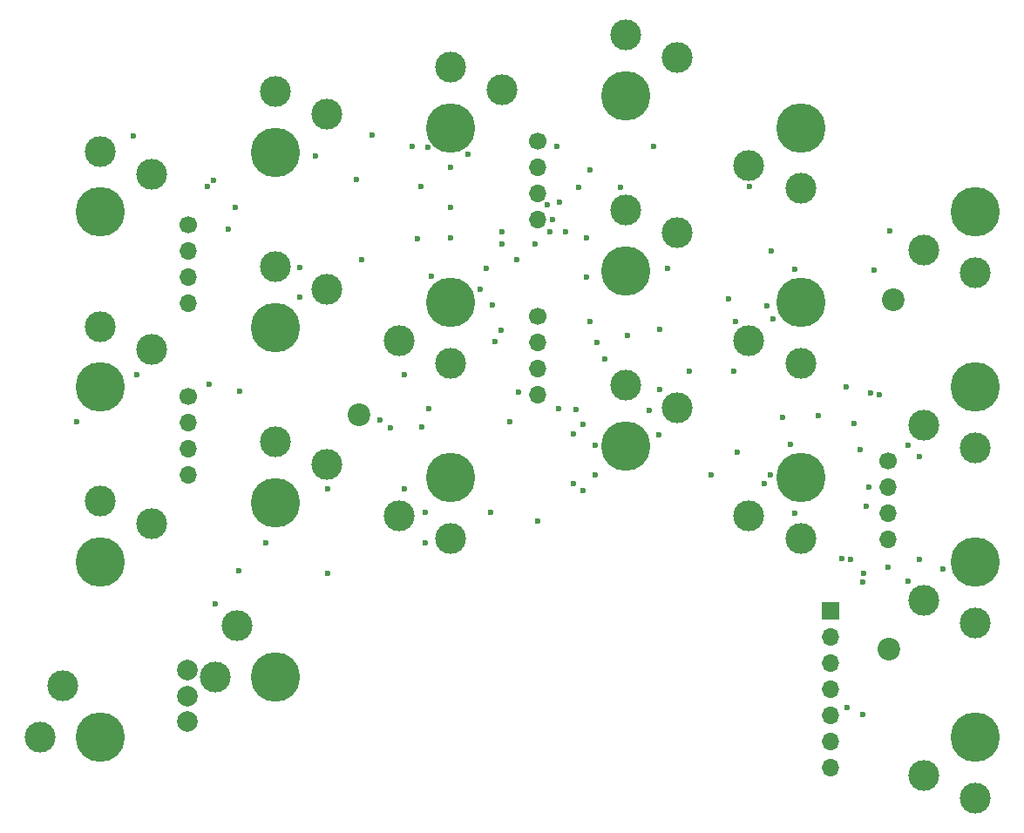
<source format=gbr>
G04 #@! TF.GenerationSoftware,KiCad,Pcbnew,9.0.0*
G04 #@! TF.CreationDate,2025-04-19T15:35:46+09:00*
G04 #@! TF.ProjectId,nofy_V2_R,6e6f6679-5f56-4325-9f52-2e6b69636164,rev?*
G04 #@! TF.SameCoordinates,Original*
G04 #@! TF.FileFunction,Soldermask,Top*
G04 #@! TF.FilePolarity,Negative*
%FSLAX46Y46*%
G04 Gerber Fmt 4.6, Leading zero omitted, Abs format (unit mm)*
G04 Created by KiCad (PCBNEW 9.0.0) date 2025-04-19 15:35:46*
%MOMM*%
%LPD*%
G01*
G04 APERTURE LIST*
%ADD10C,3.000000*%
%ADD11C,4.800000*%
%ADD12C,1.700000*%
%ADD13O,1.700000X1.700000*%
%ADD14C,2.200000*%
%ADD15R,1.700000X1.700000*%
%ADD16C,2.000000*%
%ADD17C,0.600000*%
G04 APERTURE END LIST*
D10*
X50812500Y-63625850D03*
D11*
X45812500Y-67325850D03*
D10*
X45812500Y-61425850D03*
X84812500Y-58125850D03*
D11*
X79812500Y-61825850D03*
D10*
X79812500Y-55925850D03*
X91812500Y-51625850D03*
D11*
X96812500Y-47925850D03*
D10*
X96812500Y-53825850D03*
D12*
X105312500Y-63325850D03*
D13*
X105312500Y-65865850D03*
X105312500Y-68405850D03*
X105312500Y-70945850D03*
D10*
X33812500Y-69425850D03*
D11*
X28812500Y-73125850D03*
D10*
X28812500Y-67225850D03*
D14*
X53912500Y-58825850D03*
D10*
X84812500Y-41125850D03*
D11*
X79812500Y-44825850D03*
D10*
X79812500Y-38925850D03*
X57812500Y-51625850D03*
D11*
X62812500Y-47925850D03*
D10*
X62812500Y-53825850D03*
D12*
X71312500Y-32225850D03*
D13*
X71312500Y-34765850D03*
X71312500Y-37305850D03*
X71312500Y-39845850D03*
D14*
X105412500Y-81625850D03*
D10*
X84812500Y-24125850D03*
D11*
X79812500Y-27825850D03*
D10*
X79812500Y-21925850D03*
D12*
X37312500Y-40330850D03*
D13*
X37312500Y-42870850D03*
X37312500Y-45410850D03*
X37312500Y-47950850D03*
D10*
X33812500Y-52425850D03*
D11*
X28812500Y-56125850D03*
D10*
X28812500Y-50225850D03*
X33812500Y-35425850D03*
D11*
X28812500Y-39125850D03*
D10*
X28812500Y-33225850D03*
X108812500Y-42825850D03*
D11*
X113812500Y-39125850D03*
D10*
X113812500Y-45025850D03*
D12*
X37312500Y-57025850D03*
D13*
X37312500Y-59565850D03*
X37312500Y-62105850D03*
X37312500Y-64645850D03*
D10*
X50812500Y-29600850D03*
D11*
X45812500Y-33300850D03*
D10*
X45812500Y-27400850D03*
X108812500Y-59825850D03*
D11*
X113812500Y-56125850D03*
D10*
X113812500Y-62025850D03*
D15*
X99712500Y-77865850D03*
D13*
X99712500Y-80405850D03*
X99712500Y-82945850D03*
X99712500Y-85485850D03*
X99712500Y-88025850D03*
X99712500Y-90565850D03*
X99712500Y-93105850D03*
D12*
X71312500Y-49285850D03*
D13*
X71312500Y-51825850D03*
X71312500Y-54365850D03*
X71312500Y-56905850D03*
D10*
X42112500Y-79325850D03*
D11*
X45812500Y-84325850D03*
D10*
X39912500Y-84325850D03*
X50812500Y-46625850D03*
D11*
X45812500Y-50325850D03*
D10*
X45812500Y-44425850D03*
X108812500Y-76825850D03*
D11*
X113812500Y-73125850D03*
D10*
X113812500Y-79025850D03*
X91812500Y-34625850D03*
D11*
X96812500Y-30925850D03*
D10*
X96812500Y-36825850D03*
D14*
X105812500Y-47625850D03*
D10*
X91812500Y-68625850D03*
D11*
X96812500Y-64925850D03*
D10*
X96812500Y-70825850D03*
X67812500Y-27225850D03*
D11*
X62812500Y-30925850D03*
D10*
X62812500Y-25025850D03*
X57812500Y-68625850D03*
D11*
X62812500Y-64925850D03*
D10*
X62812500Y-70825850D03*
X108812500Y-93825850D03*
D11*
X113812500Y-90125850D03*
D10*
X113812500Y-96025850D03*
X25112500Y-85125850D03*
D11*
X28812500Y-90125850D03*
D10*
X22912500Y-90125850D03*
D16*
X37212500Y-88625850D03*
X37212500Y-83625850D03*
X37212500Y-86125850D03*
D17*
X100864200Y-72757550D03*
X71312500Y-69114150D03*
X93281100Y-65518950D03*
X74767100Y-60650450D03*
X74767100Y-65518950D03*
X75715100Y-66215450D03*
X60037500Y-60036150D03*
X59580900Y-41750150D03*
X103201300Y-67703050D03*
X75715100Y-59710350D03*
X107253900Y-61755950D03*
X73419200Y-38192850D03*
X101313400Y-87230450D03*
X102900400Y-75106650D03*
X83038800Y-60786850D03*
X75005400Y-58332750D03*
X107253900Y-74979350D03*
X102900400Y-87979450D03*
X82143500Y-58354750D03*
X72215800Y-38389150D03*
X101976200Y-59633350D03*
X101658180Y-72855526D03*
X41873400Y-38675850D03*
X73133200Y-32752450D03*
X90289300Y-54618150D03*
X82550600Y-32752450D03*
X108378500Y-72869650D03*
X39988500Y-77177950D03*
X62773100Y-34766950D03*
X90710800Y-62475550D03*
X108378500Y-62884050D03*
X62774200Y-38675850D03*
X86002200Y-54618150D03*
X39362500Y-55875850D03*
X32345500Y-54928450D03*
X58312500Y-54928450D03*
X66287500Y-44600450D03*
X76062500Y-45406850D03*
X76337500Y-35025450D03*
X91862500Y-36632750D03*
X26523500Y-59482650D03*
X56991000Y-60048050D03*
X50870700Y-65968950D03*
X58312500Y-65968950D03*
X42337500Y-56501450D03*
X69379600Y-56646950D03*
X60332100Y-71254550D03*
X66710300Y-68300750D03*
X44872500Y-71254550D03*
X60332100Y-68300750D03*
X62799500Y-41625550D03*
X76062500Y-41625550D03*
X76337500Y-49732250D03*
X90469200Y-49732250D03*
X64485900Y-33490950D03*
X49671200Y-33631850D03*
X32012500Y-31725850D03*
X55162500Y-31653150D03*
X94003600Y-42934250D03*
X70988000Y-42227250D03*
X73347700Y-58236850D03*
X67823900Y-42227250D03*
X60656800Y-58236850D03*
X103953700Y-44786950D03*
X80004900Y-51142350D03*
X96262500Y-44675850D03*
X83860800Y-44599250D03*
X67099600Y-51680550D03*
X67760600Y-50602850D03*
X66917700Y-48181250D03*
X98504800Y-58928750D03*
X94153300Y-49475550D03*
X95112500Y-59084750D03*
X104433000Y-56868450D03*
X74021000Y-41017250D03*
X67788500Y-41017250D03*
X75228200Y-36753450D03*
X72483300Y-41017250D03*
X60573900Y-32819550D03*
X79364200Y-36753450D03*
X59119400Y-32775850D03*
X93551600Y-48225050D03*
X95857200Y-61707250D03*
X65669700Y-46584650D03*
X102947600Y-74216250D03*
X102582100Y-62193750D03*
X105312250Y-73626100D03*
X110629900Y-73769850D03*
X59912500Y-36606250D03*
X39180100Y-36606250D03*
X41198500Y-40739850D03*
X72700600Y-39845850D03*
X50867400Y-74224550D03*
X54162500Y-43775250D03*
X103631300Y-56679550D03*
X83166400Y-50521150D03*
X42241900Y-73974050D03*
X83166400Y-56324150D03*
X69212500Y-43775250D03*
X55966700Y-59360850D03*
X103476500Y-65865850D03*
X77006100Y-51825850D03*
X101229100Y-56077850D03*
X77795600Y-53419550D03*
X68578900Y-59457950D03*
X76887800Y-64634650D03*
X96245600Y-68405850D03*
X76887800Y-61796550D03*
X88162500Y-64634650D03*
X93869400Y-64634650D03*
X60982300Y-45372350D03*
X48199100Y-44532150D03*
X48199100Y-47421450D03*
X89859000Y-47560950D03*
X53669800Y-35917550D03*
X39806500Y-36002550D03*
X105462500Y-40964650D03*
M02*

</source>
